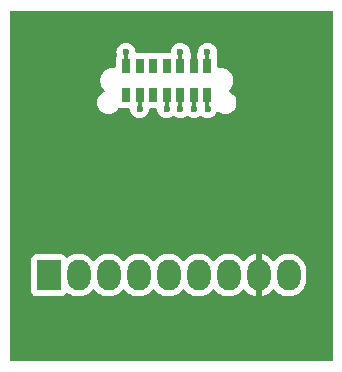
<source format=gbr>
%TF.GenerationSoftware,KiCad,Pcbnew,8.0.6*%
%TF.CreationDate,2024-12-02T01:00:14-05:00*%
%TF.ProjectId,Pixart pcb,50697861-7274-4207-9063-622e6b696361,rev?*%
%TF.SameCoordinates,Original*%
%TF.FileFunction,Copper,L2,Bot*%
%TF.FilePolarity,Positive*%
%FSLAX46Y46*%
G04 Gerber Fmt 4.6, Leading zero omitted, Abs format (unit mm)*
G04 Created by KiCad (PCBNEW 8.0.6) date 2024-12-02 01:00:14*
%MOMM*%
%LPD*%
G01*
G04 APERTURE LIST*
%TA.AperFunction,SMDPad,CuDef*%
%ADD10R,0.650000X1.300000*%
%TD*%
%TA.AperFunction,ComponentPad*%
%ADD11R,2.000000X2.600000*%
%TD*%
%TA.AperFunction,ComponentPad*%
%ADD12O,2.000000X2.600000*%
%TD*%
%TA.AperFunction,ViaPad*%
%ADD13C,0.600000*%
%TD*%
%TA.AperFunction,Conductor*%
%ADD14C,0.300000*%
%TD*%
%TA.AperFunction,Conductor*%
%ADD15C,0.200000*%
%TD*%
G04 APERTURE END LIST*
D10*
%TO.P,PAJ7025R3,1,G5*%
%TO.N,unconnected-(PAJ7025R3-G5-Pad1)*%
X122475000Y-84900000D03*
%TO.P,PAJ7025R3,2,G6*%
%TO.N,Net-(J2-Pin_2)*%
X123625000Y-84900000D03*
%TO.P,PAJ7025R3,3,G7*%
%TO.N,unconnected-(PAJ7025R3-G7-Pad3)*%
X124775000Y-84900000D03*
%TO.P,PAJ7025R3,4,G8*%
%TO.N,Net-(J2-Pin_3)*%
X125925000Y-84900000D03*
%TO.P,PAJ7025R3,5,G9/CSB*%
%TO.N,Net-(J2-Pin_4)*%
X127075000Y-84900000D03*
%TO.P,PAJ7025R3,6,G10/SCK*%
%TO.N,Net-(J2-Pin_5)*%
X128225000Y-84900000D03*
%TO.P,PAJ7025R3,7,G11/MISO*%
%TO.N,Net-(J2-Pin_6)*%
X129375000Y-84900000D03*
%TO.P,PAJ7025R3,8,G12/MOSI*%
%TO.N,Net-(J2-Pin_7)*%
X129375000Y-82500000D03*
%TO.P,PAJ7025R3,9,VSSD*%
%TO.N,GND*%
X128225000Y-82500000D03*
%TO.P,PAJ7025R3,10,G13/LED_SIDE*%
%TO.N,Net-(J2-Pin_9)*%
X127075000Y-82500000D03*
%TO.P,PAJ7025R3,11,G14/LED_FRT*%
%TO.N,unconnected-(PAJ7025R3-G14{slash}LED_FRT-Pad11)*%
X125925000Y-82500000D03*
%TO.P,PAJ7025R3,12,CP_1*%
%TO.N,unconnected-(PAJ7025R3-CP_1-Pad12)*%
X124775000Y-82500000D03*
%TO.P,PAJ7025R3,13,CP_2*%
%TO.N,unconnected-(PAJ7025R3-CP_2-Pad13)*%
X123625000Y-82500000D03*
%TO.P,PAJ7025R3,14,VDDMA*%
%TO.N,VCC*%
X122475000Y-82500000D03*
%TD*%
D11*
%TO.P,J2,1,Pin_1*%
%TO.N,VCC*%
X115925000Y-100175000D03*
D12*
%TO.P,J2,2,Pin_2*%
%TO.N,Net-(J2-Pin_2)*%
X118465000Y-100175000D03*
%TO.P,J2,3,Pin_3*%
%TO.N,Net-(J2-Pin_3)*%
X121005000Y-100175000D03*
%TO.P,J2,4,Pin_4*%
%TO.N,Net-(J2-Pin_4)*%
X123545000Y-100175000D03*
%TO.P,J2,5,Pin_5*%
%TO.N,Net-(J2-Pin_5)*%
X126085000Y-100175000D03*
%TO.P,J2,6,Pin_6*%
%TO.N,Net-(J2-Pin_6)*%
X128625000Y-100175000D03*
%TO.P,J2,7,Pin_7*%
%TO.N,Net-(J2-Pin_7)*%
X131165000Y-100175000D03*
%TO.P,J2,8,Pin_8*%
%TO.N,GND*%
X133705000Y-100175000D03*
%TO.P,J2,9,Pin_9*%
%TO.N,Net-(J2-Pin_9)*%
X136245000Y-100175000D03*
%TD*%
D13*
%TO.N,Net-(J2-Pin_5)*%
X128235000Y-86080000D03*
%TO.N,Net-(J2-Pin_4)*%
X127085000Y-86080000D03*
%TO.N,Net-(J2-Pin_3)*%
X125925000Y-86100000D03*
%TO.N,Net-(J2-Pin_6)*%
X129385000Y-86080000D03*
%TO.N,Net-(J2-Pin_2)*%
X123625000Y-86100000D03*
%TO.N,GND*%
X128225000Y-81300000D03*
%TO.N,VCC*%
X122475000Y-81300000D03*
%TO.N,Net-(J2-Pin_7)*%
X129375000Y-81300000D03*
%TO.N,Net-(J2-Pin_9)*%
X127075000Y-81300000D03*
%TD*%
D14*
%TO.N,Net-(J2-Pin_5)*%
X128225000Y-84900000D02*
X128225000Y-86070000D01*
D15*
X128225000Y-86070000D02*
X128235000Y-86080000D01*
D14*
%TO.N,Net-(J2-Pin_4)*%
X127075000Y-84900000D02*
X127075000Y-86070000D01*
D15*
X127075000Y-86070000D02*
X127085000Y-86080000D01*
D14*
%TO.N,Net-(J2-Pin_3)*%
X125925000Y-84900000D02*
X125925000Y-86100000D01*
D15*
%TO.N,Net-(J2-Pin_6)*%
X129375000Y-86070000D02*
X129385000Y-86080000D01*
D14*
X129375000Y-84900000D02*
X129375000Y-86070000D01*
%TO.N,Net-(J2-Pin_2)*%
X123625000Y-84900000D02*
X123625000Y-86100000D01*
%TO.N,GND*%
X128225000Y-82500000D02*
X128225000Y-81300000D01*
%TO.N,VCC*%
X122475000Y-82500000D02*
X122475000Y-81300000D01*
%TO.N,Net-(J2-Pin_7)*%
X129375000Y-82500000D02*
X129375000Y-81300000D01*
%TO.N,Net-(J2-Pin_9)*%
X127075000Y-82500000D02*
X127075000Y-81300000D01*
%TD*%
%TA.AperFunction,Conductor*%
%TO.N,GND*%
G36*
X139917539Y-77795185D02*
G01*
X139963294Y-77847989D01*
X139974500Y-77899500D01*
X139974500Y-107350500D01*
X139954815Y-107417539D01*
X139902011Y-107463294D01*
X139850500Y-107474500D01*
X112774500Y-107474500D01*
X112707461Y-107454815D01*
X112661706Y-107402011D01*
X112650500Y-107350500D01*
X112650500Y-98827135D01*
X114424500Y-98827135D01*
X114424500Y-101522870D01*
X114424501Y-101522876D01*
X114430908Y-101582483D01*
X114481202Y-101717328D01*
X114481206Y-101717335D01*
X114567452Y-101832544D01*
X114567455Y-101832547D01*
X114682664Y-101918793D01*
X114682671Y-101918797D01*
X114817517Y-101969091D01*
X114817516Y-101969091D01*
X114824444Y-101969835D01*
X114877127Y-101975500D01*
X116972872Y-101975499D01*
X117032483Y-101969091D01*
X117167331Y-101918796D01*
X117282546Y-101832546D01*
X117368796Y-101717331D01*
X117368797Y-101717326D01*
X117373047Y-101709546D01*
X117376380Y-101711366D01*
X117407292Y-101669766D01*
X117472669Y-101645116D01*
X117540994Y-101659725D01*
X117554835Y-101668446D01*
X117678567Y-101758343D01*
X117777991Y-101809002D01*
X117889003Y-101865566D01*
X117889005Y-101865566D01*
X117889008Y-101865568D01*
X118009412Y-101904689D01*
X118113631Y-101938553D01*
X118346903Y-101975500D01*
X118346908Y-101975500D01*
X118583097Y-101975500D01*
X118816368Y-101938553D01*
X118817876Y-101938063D01*
X119040992Y-101865568D01*
X119251433Y-101758343D01*
X119442510Y-101619517D01*
X119609517Y-101452510D01*
X119634682Y-101417872D01*
X119690011Y-101375207D01*
X119759625Y-101369228D01*
X119821420Y-101401833D01*
X119835315Y-101417870D01*
X119860483Y-101452510D01*
X120027490Y-101619517D01*
X120218567Y-101758343D01*
X120317991Y-101809002D01*
X120429003Y-101865566D01*
X120429005Y-101865566D01*
X120429008Y-101865568D01*
X120549412Y-101904689D01*
X120653631Y-101938553D01*
X120886903Y-101975500D01*
X120886908Y-101975500D01*
X121123097Y-101975500D01*
X121356368Y-101938553D01*
X121357876Y-101938063D01*
X121580992Y-101865568D01*
X121791433Y-101758343D01*
X121982510Y-101619517D01*
X122149517Y-101452510D01*
X122174682Y-101417872D01*
X122230011Y-101375207D01*
X122299625Y-101369228D01*
X122361420Y-101401833D01*
X122375315Y-101417870D01*
X122400483Y-101452510D01*
X122567490Y-101619517D01*
X122758567Y-101758343D01*
X122857991Y-101809002D01*
X122969003Y-101865566D01*
X122969005Y-101865566D01*
X122969008Y-101865568D01*
X123089412Y-101904689D01*
X123193631Y-101938553D01*
X123426903Y-101975500D01*
X123426908Y-101975500D01*
X123663097Y-101975500D01*
X123896368Y-101938553D01*
X123897876Y-101938063D01*
X124120992Y-101865568D01*
X124331433Y-101758343D01*
X124522510Y-101619517D01*
X124689517Y-101452510D01*
X124714682Y-101417872D01*
X124770011Y-101375207D01*
X124839625Y-101369228D01*
X124901420Y-101401833D01*
X124915315Y-101417870D01*
X124940483Y-101452510D01*
X125107490Y-101619517D01*
X125298567Y-101758343D01*
X125397991Y-101809002D01*
X125509003Y-101865566D01*
X125509005Y-101865566D01*
X125509008Y-101865568D01*
X125629412Y-101904689D01*
X125733631Y-101938553D01*
X125966903Y-101975500D01*
X125966908Y-101975500D01*
X126203097Y-101975500D01*
X126436368Y-101938553D01*
X126437876Y-101938063D01*
X126660992Y-101865568D01*
X126871433Y-101758343D01*
X127062510Y-101619517D01*
X127229517Y-101452510D01*
X127254682Y-101417872D01*
X127310011Y-101375207D01*
X127379625Y-101369228D01*
X127441420Y-101401833D01*
X127455315Y-101417870D01*
X127480483Y-101452510D01*
X127647490Y-101619517D01*
X127838567Y-101758343D01*
X127937991Y-101809002D01*
X128049003Y-101865566D01*
X128049005Y-101865566D01*
X128049008Y-101865568D01*
X128169412Y-101904689D01*
X128273631Y-101938553D01*
X128506903Y-101975500D01*
X128506908Y-101975500D01*
X128743097Y-101975500D01*
X128976368Y-101938553D01*
X128977876Y-101938063D01*
X129200992Y-101865568D01*
X129411433Y-101758343D01*
X129602510Y-101619517D01*
X129769517Y-101452510D01*
X129794682Y-101417872D01*
X129850011Y-101375207D01*
X129919625Y-101369228D01*
X129981420Y-101401833D01*
X129995315Y-101417870D01*
X130020483Y-101452510D01*
X130187490Y-101619517D01*
X130378567Y-101758343D01*
X130477991Y-101809002D01*
X130589003Y-101865566D01*
X130589005Y-101865566D01*
X130589008Y-101865568D01*
X130709412Y-101904689D01*
X130813631Y-101938553D01*
X131046903Y-101975500D01*
X131046908Y-101975500D01*
X131283097Y-101975500D01*
X131516368Y-101938553D01*
X131517876Y-101938063D01*
X131740992Y-101865568D01*
X131951433Y-101758343D01*
X132142510Y-101619517D01*
X132309517Y-101452510D01*
X132334992Y-101417446D01*
X132390318Y-101374783D01*
X132459931Y-101368802D01*
X132521727Y-101401407D01*
X132535625Y-101417446D01*
X132560863Y-101452183D01*
X132727813Y-101619133D01*
X132918828Y-101757914D01*
X133129195Y-101865102D01*
X133353744Y-101938063D01*
X133353750Y-101938065D01*
X133455000Y-101954101D01*
X133455000Y-100723482D01*
X133473409Y-100734111D01*
X133626009Y-100775000D01*
X133783991Y-100775000D01*
X133936591Y-100734111D01*
X133955000Y-100723482D01*
X133955000Y-101954100D01*
X134056249Y-101938065D01*
X134056255Y-101938063D01*
X134280804Y-101865102D01*
X134491171Y-101757914D01*
X134682186Y-101619133D01*
X134849137Y-101452182D01*
X134874371Y-101417450D01*
X134929700Y-101374783D01*
X134999314Y-101368802D01*
X135061109Y-101401407D01*
X135075007Y-101417446D01*
X135100483Y-101452510D01*
X135267490Y-101619517D01*
X135458567Y-101758343D01*
X135557991Y-101809002D01*
X135669003Y-101865566D01*
X135669005Y-101865566D01*
X135669008Y-101865568D01*
X135789412Y-101904689D01*
X135893631Y-101938553D01*
X136126903Y-101975500D01*
X136126908Y-101975500D01*
X136363097Y-101975500D01*
X136596368Y-101938553D01*
X136597876Y-101938063D01*
X136820992Y-101865568D01*
X137031433Y-101758343D01*
X137222510Y-101619517D01*
X137389517Y-101452510D01*
X137528343Y-101261433D01*
X137635568Y-101050992D01*
X137708553Y-100826368D01*
X137723165Y-100734111D01*
X137745500Y-100593097D01*
X137745500Y-99756902D01*
X137708553Y-99523631D01*
X137635566Y-99299003D01*
X137528342Y-99088566D01*
X137514999Y-99070201D01*
X137389517Y-98897490D01*
X137222510Y-98730483D01*
X137031433Y-98591657D01*
X136820996Y-98484433D01*
X136596368Y-98411446D01*
X136363097Y-98374500D01*
X136363092Y-98374500D01*
X136126908Y-98374500D01*
X136126903Y-98374500D01*
X135893631Y-98411446D01*
X135669003Y-98484433D01*
X135458566Y-98591657D01*
X135391404Y-98640454D01*
X135267490Y-98730483D01*
X135267488Y-98730485D01*
X135267487Y-98730485D01*
X135100485Y-98897487D01*
X135100478Y-98897496D01*
X135075008Y-98932552D01*
X135019678Y-98975218D01*
X134950064Y-98981196D01*
X134888270Y-98948589D01*
X134874372Y-98932551D01*
X134849135Y-98897815D01*
X134682186Y-98730866D01*
X134491171Y-98592085D01*
X134280802Y-98484897D01*
X134056247Y-98411934D01*
X133955000Y-98395897D01*
X133955000Y-99626517D01*
X133936591Y-99615889D01*
X133783991Y-99575000D01*
X133626009Y-99575000D01*
X133473409Y-99615889D01*
X133455000Y-99626517D01*
X133455000Y-98395897D01*
X133353752Y-98411934D01*
X133129197Y-98484897D01*
X132918828Y-98592085D01*
X132727813Y-98730866D01*
X132560866Y-98897813D01*
X132560861Y-98897819D01*
X132535624Y-98932554D01*
X132480293Y-98975218D01*
X132410680Y-98981196D01*
X132348885Y-98948588D01*
X132334997Y-98932560D01*
X132309517Y-98897490D01*
X132142510Y-98730483D01*
X131951433Y-98591657D01*
X131740996Y-98484433D01*
X131516368Y-98411446D01*
X131283097Y-98374500D01*
X131283092Y-98374500D01*
X131046908Y-98374500D01*
X131046903Y-98374500D01*
X130813631Y-98411446D01*
X130589003Y-98484433D01*
X130378566Y-98591657D01*
X130311404Y-98640454D01*
X130187490Y-98730483D01*
X130187488Y-98730485D01*
X130187487Y-98730485D01*
X130020484Y-98897488D01*
X129995318Y-98932127D01*
X129939987Y-98974792D01*
X129870374Y-98980771D01*
X129808579Y-98948165D01*
X129794682Y-98932127D01*
X129769517Y-98897490D01*
X129602510Y-98730483D01*
X129411433Y-98591657D01*
X129200996Y-98484433D01*
X128976368Y-98411446D01*
X128743097Y-98374500D01*
X128743092Y-98374500D01*
X128506908Y-98374500D01*
X128506903Y-98374500D01*
X128273631Y-98411446D01*
X128049003Y-98484433D01*
X127838566Y-98591657D01*
X127771404Y-98640454D01*
X127647490Y-98730483D01*
X127647488Y-98730485D01*
X127647487Y-98730485D01*
X127480484Y-98897488D01*
X127455318Y-98932127D01*
X127399987Y-98974792D01*
X127330374Y-98980771D01*
X127268579Y-98948165D01*
X127254682Y-98932127D01*
X127229517Y-98897490D01*
X127062510Y-98730483D01*
X126871433Y-98591657D01*
X126660996Y-98484433D01*
X126436368Y-98411446D01*
X126203097Y-98374500D01*
X126203092Y-98374500D01*
X125966908Y-98374500D01*
X125966903Y-98374500D01*
X125733631Y-98411446D01*
X125509003Y-98484433D01*
X125298566Y-98591657D01*
X125231404Y-98640454D01*
X125107490Y-98730483D01*
X125107488Y-98730485D01*
X125107487Y-98730485D01*
X124940484Y-98897488D01*
X124915318Y-98932127D01*
X124859987Y-98974792D01*
X124790374Y-98980771D01*
X124728579Y-98948165D01*
X124714682Y-98932127D01*
X124689517Y-98897490D01*
X124522510Y-98730483D01*
X124331433Y-98591657D01*
X124120996Y-98484433D01*
X123896368Y-98411446D01*
X123663097Y-98374500D01*
X123663092Y-98374500D01*
X123426908Y-98374500D01*
X123426903Y-98374500D01*
X123193631Y-98411446D01*
X122969003Y-98484433D01*
X122758566Y-98591657D01*
X122691404Y-98640454D01*
X122567490Y-98730483D01*
X122567488Y-98730485D01*
X122567487Y-98730485D01*
X122400484Y-98897488D01*
X122375318Y-98932127D01*
X122319987Y-98974792D01*
X122250374Y-98980771D01*
X122188579Y-98948165D01*
X122174682Y-98932127D01*
X122149517Y-98897490D01*
X121982510Y-98730483D01*
X121791433Y-98591657D01*
X121580996Y-98484433D01*
X121356368Y-98411446D01*
X121123097Y-98374500D01*
X121123092Y-98374500D01*
X120886908Y-98374500D01*
X120886903Y-98374500D01*
X120653631Y-98411446D01*
X120429003Y-98484433D01*
X120218566Y-98591657D01*
X120151404Y-98640454D01*
X120027490Y-98730483D01*
X120027488Y-98730485D01*
X120027487Y-98730485D01*
X119860484Y-98897488D01*
X119835318Y-98932127D01*
X119779987Y-98974792D01*
X119710374Y-98980771D01*
X119648579Y-98948165D01*
X119634682Y-98932127D01*
X119609517Y-98897490D01*
X119442510Y-98730483D01*
X119251433Y-98591657D01*
X119040996Y-98484433D01*
X118816368Y-98411446D01*
X118583097Y-98374500D01*
X118583092Y-98374500D01*
X118346908Y-98374500D01*
X118346903Y-98374500D01*
X118113631Y-98411446D01*
X117889003Y-98484433D01*
X117678563Y-98591659D01*
X117554840Y-98681549D01*
X117489034Y-98705029D01*
X117420980Y-98689203D01*
X117373410Y-98640255D01*
X117373047Y-98640454D01*
X117372334Y-98639148D01*
X117372285Y-98639098D01*
X117372187Y-98638880D01*
X117368793Y-98632664D01*
X117282547Y-98517455D01*
X117282544Y-98517452D01*
X117167335Y-98431206D01*
X117167328Y-98431202D01*
X117032482Y-98380908D01*
X117032483Y-98380908D01*
X116972883Y-98374501D01*
X116972881Y-98374500D01*
X116972873Y-98374500D01*
X116972864Y-98374500D01*
X114877129Y-98374500D01*
X114877123Y-98374501D01*
X114817516Y-98380908D01*
X114682671Y-98431202D01*
X114682664Y-98431206D01*
X114567455Y-98517452D01*
X114567452Y-98517455D01*
X114481206Y-98632664D01*
X114481202Y-98632671D01*
X114430908Y-98767517D01*
X114424501Y-98827116D01*
X114424500Y-98827135D01*
X112650500Y-98827135D01*
X112650500Y-85575000D01*
X120019901Y-85575000D01*
X120038252Y-85761331D01*
X120038253Y-85761333D01*
X120092604Y-85940502D01*
X120180862Y-86105623D01*
X120180864Y-86105626D01*
X120299642Y-86250357D01*
X120444373Y-86369135D01*
X120444376Y-86369137D01*
X120609497Y-86457395D01*
X120609499Y-86457396D01*
X120788666Y-86511746D01*
X120788668Y-86511747D01*
X120805374Y-86513392D01*
X120975000Y-86530099D01*
X121161331Y-86511747D01*
X121340501Y-86457396D01*
X121505625Y-86369136D01*
X121650357Y-86250357D01*
X121769136Y-86105625D01*
X121790892Y-86064919D01*
X121839854Y-86015076D01*
X121907991Y-85999615D01*
X121943580Y-86007189D01*
X122042517Y-86044091D01*
X122102127Y-86050500D01*
X122703044Y-86050499D01*
X122770083Y-86070183D01*
X122815838Y-86122987D01*
X122826264Y-86160616D01*
X122839630Y-86279249D01*
X122839631Y-86279254D01*
X122899211Y-86449523D01*
X122949840Y-86530098D01*
X122995184Y-86602262D01*
X123122738Y-86729816D01*
X123213080Y-86786582D01*
X123243646Y-86805788D01*
X123275478Y-86825789D01*
X123388591Y-86865369D01*
X123445745Y-86885368D01*
X123445750Y-86885369D01*
X123624996Y-86905565D01*
X123625000Y-86905565D01*
X123625004Y-86905565D01*
X123804249Y-86885369D01*
X123804252Y-86885368D01*
X123804255Y-86885368D01*
X123974522Y-86825789D01*
X124127262Y-86729816D01*
X124254816Y-86602262D01*
X124350789Y-86449522D01*
X124410368Y-86279255D01*
X124410369Y-86279249D01*
X124423736Y-86160616D01*
X124450802Y-86096202D01*
X124508397Y-86056646D01*
X124546956Y-86050499D01*
X125003044Y-86050499D01*
X125070083Y-86070184D01*
X125115838Y-86122988D01*
X125126264Y-86160616D01*
X125139630Y-86279249D01*
X125139631Y-86279254D01*
X125199211Y-86449523D01*
X125249840Y-86530098D01*
X125295184Y-86602262D01*
X125422738Y-86729816D01*
X125513080Y-86786582D01*
X125543646Y-86805788D01*
X125575478Y-86825789D01*
X125688591Y-86865369D01*
X125745745Y-86885368D01*
X125745750Y-86885369D01*
X125924996Y-86905565D01*
X125925000Y-86905565D01*
X125925004Y-86905565D01*
X126104249Y-86885369D01*
X126104252Y-86885368D01*
X126104255Y-86885368D01*
X126274522Y-86825789D01*
X126427262Y-86729816D01*
X126429611Y-86727466D01*
X126431502Y-86726433D01*
X126432705Y-86725475D01*
X126432872Y-86725685D01*
X126490930Y-86693979D01*
X126560622Y-86698958D01*
X126583267Y-86710148D01*
X126735478Y-86805789D01*
X126792632Y-86825788D01*
X126905745Y-86865368D01*
X126905750Y-86865369D01*
X127084996Y-86885565D01*
X127085000Y-86885565D01*
X127085004Y-86885565D01*
X127264249Y-86865369D01*
X127264252Y-86865368D01*
X127264255Y-86865368D01*
X127434522Y-86805789D01*
X127587262Y-86709816D01*
X127587262Y-86709815D01*
X127593158Y-86706111D01*
X127594699Y-86708563D01*
X127647357Y-86687057D01*
X127716054Y-86699804D01*
X127726561Y-86706557D01*
X127726842Y-86706111D01*
X127732737Y-86709815D01*
X127732738Y-86709816D01*
X127885478Y-86805789D01*
X127942632Y-86825788D01*
X128055745Y-86865368D01*
X128055750Y-86865369D01*
X128234996Y-86885565D01*
X128235000Y-86885565D01*
X128235004Y-86885565D01*
X128414249Y-86865369D01*
X128414252Y-86865368D01*
X128414255Y-86865368D01*
X128584522Y-86805789D01*
X128737262Y-86709816D01*
X128737262Y-86709815D01*
X128743158Y-86706111D01*
X128744699Y-86708563D01*
X128797357Y-86687057D01*
X128866054Y-86699804D01*
X128876561Y-86706557D01*
X128876842Y-86706111D01*
X128882737Y-86709815D01*
X128882738Y-86709816D01*
X129035478Y-86805789D01*
X129092632Y-86825788D01*
X129205745Y-86865368D01*
X129205750Y-86865369D01*
X129384996Y-86885565D01*
X129385000Y-86885565D01*
X129385004Y-86885565D01*
X129564249Y-86865369D01*
X129564252Y-86865368D01*
X129564255Y-86865368D01*
X129734522Y-86805789D01*
X129887262Y-86709816D01*
X130014816Y-86582262D01*
X130110789Y-86429522D01*
X130120731Y-86401110D01*
X130161451Y-86344333D01*
X130226403Y-86318584D01*
X130294965Y-86332039D01*
X130316438Y-86346209D01*
X130344373Y-86369135D01*
X130344376Y-86369137D01*
X130509497Y-86457395D01*
X130509499Y-86457396D01*
X130688666Y-86511746D01*
X130688668Y-86511747D01*
X130705374Y-86513392D01*
X130875000Y-86530099D01*
X131061331Y-86511747D01*
X131240501Y-86457396D01*
X131405625Y-86369136D01*
X131550357Y-86250357D01*
X131669136Y-86105625D01*
X131757396Y-85940501D01*
X131811747Y-85761331D01*
X131830099Y-85575000D01*
X131811747Y-85388669D01*
X131757396Y-85209499D01*
X131669136Y-85044375D01*
X131669135Y-85044373D01*
X131550357Y-84899642D01*
X131405626Y-84780864D01*
X131405623Y-84780862D01*
X131242590Y-84693720D01*
X131192746Y-84644758D01*
X131177285Y-84576620D01*
X131201116Y-84510941D01*
X131221341Y-84489370D01*
X131231143Y-84481145D01*
X131231144Y-84481144D01*
X131354921Y-84333632D01*
X131451202Y-84166868D01*
X131517062Y-83985918D01*
X131550500Y-83796281D01*
X131550500Y-83700000D01*
X131550500Y-83634108D01*
X131550500Y-83603719D01*
X131517062Y-83414082D01*
X131451202Y-83233132D01*
X131354921Y-83066368D01*
X131320608Y-83025475D01*
X131231144Y-82918855D01*
X131083633Y-82795080D01*
X131083632Y-82795079D01*
X131028044Y-82762985D01*
X130916872Y-82698800D01*
X130916869Y-82698799D01*
X130916868Y-82698798D01*
X130894019Y-82690482D01*
X130735917Y-82632937D01*
X130546283Y-82599500D01*
X130546281Y-82599500D01*
X130454388Y-82599500D01*
X130454344Y-82599499D01*
X130324488Y-82599489D01*
X130257451Y-82579799D01*
X130211700Y-82526991D01*
X130200499Y-82475489D01*
X130200499Y-81802129D01*
X130200498Y-81802123D01*
X130200497Y-81802116D01*
X130194091Y-81742517D01*
X130194091Y-81742516D01*
X130144823Y-81610421D01*
X130139839Y-81540729D01*
X130143963Y-81526136D01*
X130160368Y-81479255D01*
X130174266Y-81355908D01*
X130180565Y-81300003D01*
X130180565Y-81299996D01*
X130160369Y-81120750D01*
X130160368Y-81120745D01*
X130100788Y-80950476D01*
X130004815Y-80797737D01*
X129877262Y-80670184D01*
X129724523Y-80574211D01*
X129554254Y-80514631D01*
X129554249Y-80514630D01*
X129375004Y-80494435D01*
X129374996Y-80494435D01*
X129195750Y-80514630D01*
X129195745Y-80514631D01*
X129025476Y-80574211D01*
X128872737Y-80670184D01*
X128745184Y-80797737D01*
X128649211Y-80950476D01*
X128589631Y-81120745D01*
X128589630Y-81120750D01*
X128576208Y-81239883D01*
X128549142Y-81304297D01*
X128491547Y-81343852D01*
X128479175Y-81345824D01*
X128475000Y-81350000D01*
X128475000Y-82475328D01*
X128455315Y-82542367D01*
X128402511Y-82588122D01*
X128350990Y-82599328D01*
X128098990Y-82599307D01*
X128031952Y-82579617D01*
X127986201Y-82526809D01*
X127975000Y-82475307D01*
X127975000Y-81350000D01*
X127965849Y-81340849D01*
X127929973Y-81330315D01*
X127884218Y-81277511D01*
X127873792Y-81239883D01*
X127860369Y-81120750D01*
X127860368Y-81120745D01*
X127800788Y-80950476D01*
X127704815Y-80797737D01*
X127577262Y-80670184D01*
X127424523Y-80574211D01*
X127254254Y-80514631D01*
X127254249Y-80514630D01*
X127075004Y-80494435D01*
X127074996Y-80494435D01*
X126895750Y-80514630D01*
X126895745Y-80514631D01*
X126725476Y-80574211D01*
X126572737Y-80670184D01*
X126445184Y-80797737D01*
X126349211Y-80950476D01*
X126289631Y-81120745D01*
X126289630Y-81120749D01*
X126276264Y-81239384D01*
X126249197Y-81303798D01*
X126191603Y-81343353D01*
X126153044Y-81349500D01*
X125552129Y-81349500D01*
X125552123Y-81349501D01*
X125492515Y-81355909D01*
X125393332Y-81392901D01*
X125323640Y-81397885D01*
X125306668Y-81392901D01*
X125207488Y-81355910D01*
X125207484Y-81355909D01*
X125207483Y-81355909D01*
X125147873Y-81349500D01*
X125147863Y-81349500D01*
X124402129Y-81349500D01*
X124402123Y-81349501D01*
X124342515Y-81355909D01*
X124243332Y-81392901D01*
X124173640Y-81397885D01*
X124156668Y-81392901D01*
X124057485Y-81355909D01*
X124057483Y-81355908D01*
X123997883Y-81349501D01*
X123997881Y-81349500D01*
X123997873Y-81349500D01*
X123997865Y-81349500D01*
X123396956Y-81349500D01*
X123329917Y-81329815D01*
X123284162Y-81277011D01*
X123273736Y-81239384D01*
X123260369Y-81120749D01*
X123260368Y-81120745D01*
X123200788Y-80950476D01*
X123104815Y-80797737D01*
X122977262Y-80670184D01*
X122824523Y-80574211D01*
X122654254Y-80514631D01*
X122654249Y-80514630D01*
X122475004Y-80494435D01*
X122474996Y-80494435D01*
X122295750Y-80514630D01*
X122295745Y-80514631D01*
X122125476Y-80574211D01*
X121972737Y-80670184D01*
X121845184Y-80797737D01*
X121749211Y-80950476D01*
X121689631Y-81120745D01*
X121689630Y-81120750D01*
X121669435Y-81299996D01*
X121669435Y-81300003D01*
X121689631Y-81479252D01*
X121706036Y-81526136D01*
X121709597Y-81595915D01*
X121705176Y-81610423D01*
X121655908Y-81742517D01*
X121649501Y-81802116D01*
X121649501Y-81802123D01*
X121649500Y-81802135D01*
X121649500Y-82474773D01*
X121629815Y-82541812D01*
X121577011Y-82587567D01*
X121525491Y-82598773D01*
X121472793Y-82598769D01*
X121472636Y-82598760D01*
X121465127Y-82598760D01*
X121465126Y-82598760D01*
X121399242Y-82598763D01*
X121399233Y-82598764D01*
X121396625Y-82598764D01*
X121396610Y-82598763D01*
X121325902Y-82598758D01*
X121325748Y-82598767D01*
X121302965Y-82598768D01*
X121302956Y-82598769D01*
X121113339Y-82632213D01*
X121113333Y-82632214D01*
X121113330Y-82632215D01*
X121022860Y-82665146D01*
X120932389Y-82698078D01*
X120932384Y-82698080D01*
X120765636Y-82794357D01*
X120618131Y-82918131D01*
X120494357Y-83065636D01*
X120398080Y-83232384D01*
X120398078Y-83232389D01*
X120332215Y-83413331D01*
X120332213Y-83413339D01*
X120298769Y-83602956D01*
X120298768Y-83602964D01*
X120298767Y-83627223D01*
X120298760Y-83627345D01*
X120298764Y-83699235D01*
X120298764Y-83699249D01*
X120298760Y-83772928D01*
X120298767Y-83773045D01*
X120298768Y-83797035D01*
X120298769Y-83797043D01*
X120332215Y-83986670D01*
X120397807Y-84166865D01*
X120398078Y-84167610D01*
X120398080Y-84167615D01*
X120480053Y-84309590D01*
X120494358Y-84334365D01*
X120618131Y-84481869D01*
X120627691Y-84489891D01*
X120666393Y-84548060D01*
X120667503Y-84617921D01*
X120630667Y-84677291D01*
X120606439Y-84694238D01*
X120444376Y-84780862D01*
X120444373Y-84780864D01*
X120299642Y-84899642D01*
X120180864Y-85044373D01*
X120180862Y-85044376D01*
X120092604Y-85209497D01*
X120038253Y-85388666D01*
X120038252Y-85388668D01*
X120019901Y-85575000D01*
X112650500Y-85575000D01*
X112650500Y-77899500D01*
X112670185Y-77832461D01*
X112722989Y-77786706D01*
X112774500Y-77775500D01*
X139850500Y-77775500D01*
X139917539Y-77795185D01*
G37*
%TD.AperFunction*%
%TD*%
M02*

</source>
